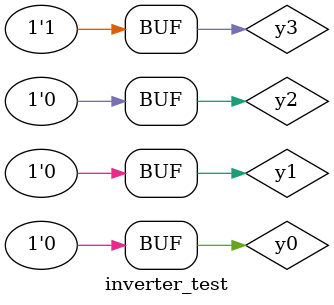
<source format=v>
`timescale 1ns / 1ps


module inverter_test;

reg y3,y2,y1,y0;
wire [1:0] a;

r uut(a,y0,y1,y2,y3);
initial 
begin
y0= 1; y1=1 ;y2=1 ; y3=1 ;
#20
y0= 0; y1=1 ; y2=1 ; y3=1 ;
#20
y0=0 ; y1=0 ; y2=0 ; y3=1 ;
end
endmodule
</source>
